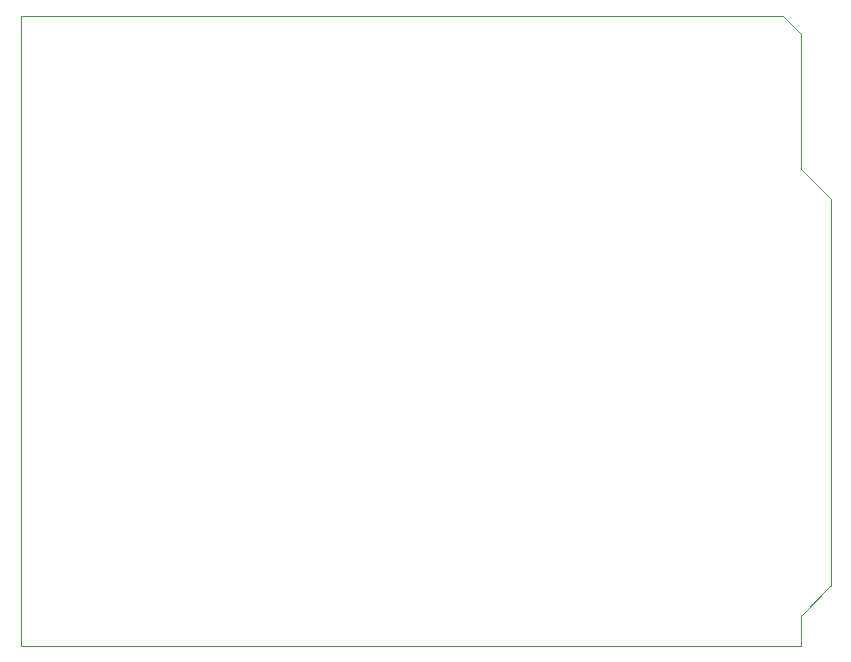
<source format=gbr>
%TF.GenerationSoftware,KiCad,Pcbnew,5.1.6-c6e7f7d~87~ubuntu19.10.1*%
%TF.CreationDate,2020-08-28T21:10:44+02:00*%
%TF.ProjectId,zephyr-ci-shield,7a657068-7972-42d6-9369-2d736869656c,1*%
%TF.SameCoordinates,Original*%
%TF.FileFunction,Profile,NP*%
%FSLAX46Y46*%
G04 Gerber Fmt 4.6, Leading zero omitted, Abs format (unit mm)*
G04 Created by KiCad (PCBNEW 5.1.6-c6e7f7d~87~ubuntu19.10.1) date 2020-08-28 21:10:44*
%MOMM*%
%LPD*%
G01*
G04 APERTURE LIST*
%TA.AperFunction,Profile*%
%ADD10C,0.050000*%
%TD*%
G04 APERTURE END LIST*
D10*
X164390000Y-70480000D02*
X164420000Y-70480000D01*
X164430000Y-70490000D02*
X164420000Y-70480000D01*
X165820000Y-71880000D02*
X164430000Y-70490000D01*
X165940000Y-72000000D02*
X165820000Y-71880000D01*
X165940000Y-72020000D02*
X165940000Y-72000000D01*
X165940000Y-83350000D02*
X165940000Y-72020000D01*
X165940000Y-83430000D02*
X165940000Y-83350000D01*
X168260000Y-85760000D02*
X165940000Y-83430000D01*
X168480000Y-85980000D02*
X168260000Y-85760000D01*
X168480000Y-85990000D02*
X168480000Y-85980000D01*
X168480000Y-86010000D02*
X168480000Y-85990000D01*
X168480000Y-118740000D02*
X168480000Y-86010000D01*
X168470000Y-118750000D02*
X168480000Y-118740000D01*
X165940000Y-121280000D02*
X168470000Y-118750000D01*
X165940000Y-121290000D02*
X165940000Y-121280000D01*
X165940000Y-123820000D02*
X165940000Y-121290000D01*
X165930000Y-123820000D02*
X165940000Y-123820000D01*
X99900000Y-123820000D02*
X165930000Y-123820000D01*
X99900000Y-123810000D02*
X99900000Y-123820000D01*
X99900000Y-70480000D02*
X99900000Y-123810000D01*
X164390000Y-70480000D02*
X99900000Y-70480000D01*
M02*

</source>
